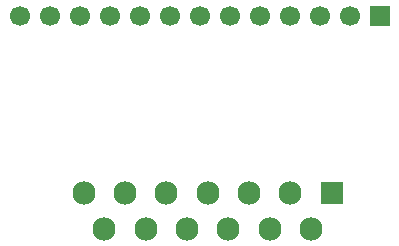
<source format=gbr>
%TF.GenerationSoftware,KiCad,Pcbnew,9.0.7*%
%TF.CreationDate,2026-02-06T11:43:09-06:00*%
%TF.ProjectId,SIO_Breakout,53494f5f-4272-4656-916b-6f75742e6b69,rev?*%
%TF.SameCoordinates,Original*%
%TF.FileFunction,Soldermask,Top*%
%TF.FilePolarity,Negative*%
%FSLAX46Y46*%
G04 Gerber Fmt 4.6, Leading zero omitted, Abs format (unit mm)*
G04 Created by KiCad (PCBNEW 9.0.7) date 2026-02-06 11:43:09*
%MOMM*%
%LPD*%
G01*
G04 APERTURE LIST*
%ADD10R,1.962000X1.962000*%
%ADD11C,1.962000*%
%ADD12R,1.700000X1.700000*%
%ADD13C,1.700000*%
G04 APERTURE END LIST*
D10*
%TO.C,J1*%
X151500000Y-116000000D03*
D11*
X149750000Y-119000000D03*
X148000000Y-116000000D03*
X146250000Y-119000000D03*
X144500000Y-116000000D03*
X142750000Y-119000000D03*
X141000000Y-116000000D03*
X139250000Y-119000000D03*
X137500000Y-116000000D03*
X135750000Y-119000000D03*
X134000000Y-116000000D03*
X132250000Y-119000000D03*
X130500000Y-116000000D03*
%TD*%
D12*
%TO.C,J2*%
X155540000Y-101000000D03*
D13*
X153000000Y-101000000D03*
X150460000Y-101000000D03*
X147920000Y-101000000D03*
X145380000Y-101000000D03*
X142840000Y-101000000D03*
X140300000Y-101000000D03*
X137760000Y-101000000D03*
X135220000Y-101000000D03*
X132680000Y-101000000D03*
X130140000Y-101000000D03*
X127600000Y-101000000D03*
X125060000Y-101000000D03*
%TD*%
M02*

</source>
